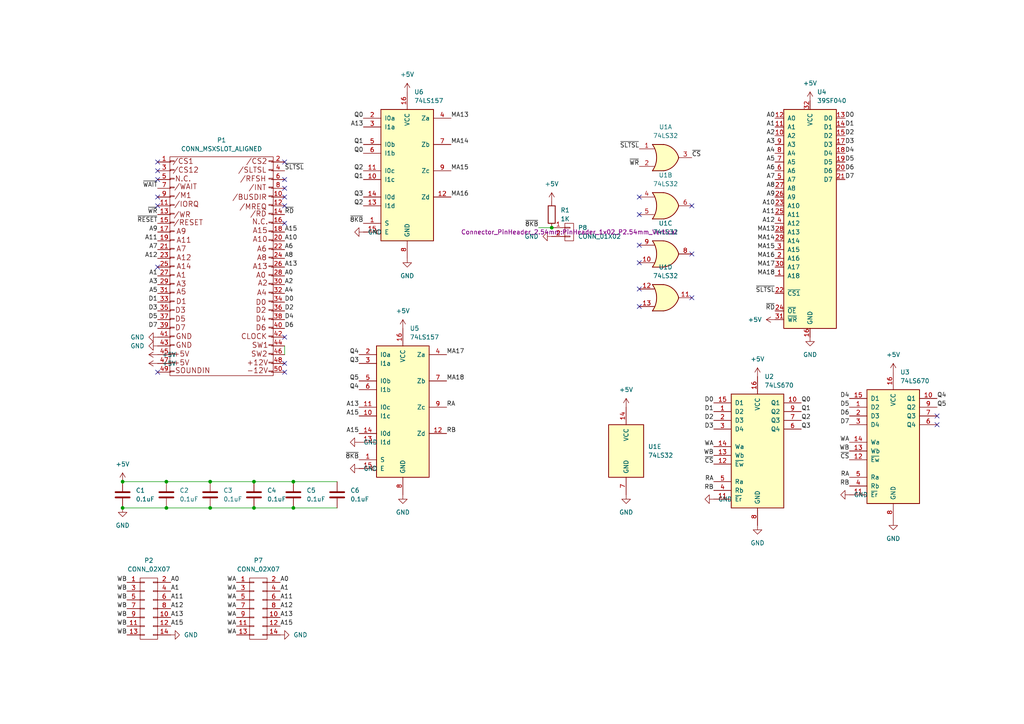
<source format=kicad_sch>
(kicad_sch (version 20211123) (generator eeschema)
  (paper "A4")
  (title_block (title "MSX megarom cartridge with TTL components") (date "2022-04-21") (rev "0.1") (comment 1 "Designed by Sangwoo Shim") (comment 2 "https://github.com/borishim/msx-megarom"))
  (lib_symbols
    (symbol "74xx:74LS157" (pin_names (offset 1.016))
      (property "Reference" "U" (at -7.62 19.05 0))
      (property "Value" "74LS157" (at -7.62 -21.59 0))
      (symbol "74LS157_1_0"
        (pin input line (at -12.7 -15.24 0) (length 5.08) (name "S") (number "1"))
        (pin input line (at -12.7 -2.54 0) (length 5.08) (name "I1c") (number "10"))
        (pin input line (at -12.7 0 0) (length 5.08) (name "I0c") (number "11"))
        (pin output line (at 12.7 -7.62 180) (length 5.08) (name "Zd") (number "12"))
        (pin input line (at -12.7 -10.16 0) (length 5.08) (name "I1d") (number "13"))
        (pin input line (at -12.7 -7.62 0) (length 5.08) (name "I0d") (number "14"))
        (pin input inverted (at -12.7 -17.78 0) (length 5.08) (name "E") (number "15"))
        (pin power_in line (at 0 22.86 270) (length 5.08) (name "VCC") (number "16"))
        (pin input line (at -12.7 15.24 0) (length 5.08) (name "I0a") (number "2"))
        (pin input line (at -12.7 12.7 0) (length 5.08) (name "I1a") (number "3"))
        (pin output line (at 12.7 15.24 180) (length 5.08) (name "Za") (number "4"))
        (pin input line (at -12.7 7.62 0) (length 5.08) (name "I0b") (number "5"))
        (pin input line (at -12.7 5.08 0) (length 5.08) (name "I1b") (number "6"))
        (pin output line (at 12.7 7.62 180) (length 5.08) (name "Zb") (number "7"))
        (pin power_in line (at 0 -25.4 90) (length 5.08) (name "GND") (number "8"))
        (pin output line (at 12.7 0 180) (length 5.08) (name "Zc") (number "9"))
      )
      (symbol "74LS157_1_1"
        (rectangle (start -7.62 17.78) (end 7.62 -20.32) (stroke (width 0.254)) (fill (type background)))
      )
    )
    (symbol "74xx:74LS32" (pin_names (offset 1.016))
      (property "Reference" "U" (at 0 1.27 0))
      (property "Value" "74LS32" (at 0 -1.27 0))
      (symbol "74LS32_1_1"
        (arc (start -3.81 -3.81) (mid -2.589 0) (end -3.81 3.81) (stroke (width 0.254)))
        (arc (start -0.6096 -3.81) (mid 2.1855 -2.584) (end 3.81 0) (stroke (width 0.254)) (fill (type background)))
        (polyline (pts (xy -3.81 -3.81) (xy -0.635 -3.81)) (stroke (width 0.254)) (fill (type background)))
        (polyline (pts (xy -3.81 3.81) (xy -0.635 3.81)) (stroke (width 0.254)) (fill (type background)))
        (polyline (pts (xy -0.635 3.81) (xy -3.81 3.81) (xy -3.81 3.81) (xy -3.556 3.4036) (xy -3.0226 2.2606) (xy -2.6924 1.0414) (xy -2.6162 -0.254) (xy -2.7686 -1.4986) (xy -3.175 -2.7178) (xy -3.81 -3.81) (xy -3.81 -3.81) (xy -0.635 -3.81)) (stroke (width -25.4)) (fill (type background)))
        (arc (start 3.81 0) (mid 2.1928 2.5925) (end -0.6096 3.81) (stroke (width 0.254)) (fill (type background)))
        (pin input line (at -7.62 2.54 0) (length 4.318) (name "~") (number "1"))
        (pin input line (at -7.62 -2.54 0) (length 4.318) (name "~") (number "2"))
        (pin output line (at 7.62 0 180) (length 3.81) (name "~") (number "3"))
      )
      (symbol "74LS32_1_2"
        (arc (start 0 -3.81) (mid 3.81 0) (end 0 3.81) (stroke (width 0.254)) (fill (type background)))
        (polyline (pts (xy 0 3.81) (xy -3.81 3.81) (xy -3.81 -3.81) (xy 0 -3.81)) (stroke (width 0.254)) (fill (type background)))
        (pin input inverted (at -7.62 2.54 0) (length 3.81) (name "~") (number "1"))
        (pin input inverted (at -7.62 -2.54 0) (length 3.81) (name "~") (number "2"))
        (pin output inverted (at 7.62 0 180) (length 3.81) (name "~") (number "3"))
      )
      (symbol "74LS32_2_1"
        (arc (start -3.81 -3.81) (mid -2.589 0) (end -3.81 3.81) (stroke (width 0.254)))
        (arc (start -0.6096 -3.81) (mid 2.1855 -2.584) (end 3.81 0) (stroke (width 0.254)) (fill (type background)))
        (polyline (pts (xy -3.81 -3.81) (xy -0.635 -3.81)) (stroke (width 0.254)) (fill (type background)))
        (polyline (pts (xy -3.81 3.81) (xy -0.635 3.81)) (stroke (width 0.254)) (fill (type background)))
        (polyline (pts (xy -0.635 3.81) (xy -3.81 3.81) (xy -3.81 3.81) (xy -3.556 3.4036) (xy -3.0226 2.2606) (xy -2.6924 1.0414) (xy -2.6162 -0.254) (xy -2.7686 -1.4986) (xy -3.175 -2.7178) (xy -3.81 -3.81) (xy -3.81 -3.81) (xy -0.635 -3.81)) (stroke (width -25.4)) (fill (type background)))
        (arc (start 3.81 0) (mid 2.1928 2.5925) (end -0.6096 3.81) (stroke (width 0.254)) (fill (type background)))
        (pin input line (at -7.62 2.54 0) (length 4.318) (name "~") (number "4"))
        (pin input line (at -7.62 -2.54 0) (length 4.318) (name "~") (number "5"))
        (pin output line (at 7.62 0 180) (length 3.81) (name "~") (number "6"))
      )
      (symbol "74LS32_2_2"
        (arc (start 0 -3.81) (mid 3.81 0) (end 0 3.81) (stroke (width 0.254)) (fill (type background)))
        (polyline (pts (xy 0 3.81) (xy -3.81 3.81) (xy -3.81 -3.81) (xy 0 -3.81)) (stroke (width 0.254)) (fill (type background)))
        (pin input inverted (at -7.62 2.54 0) (length 3.81) (name "~") (number "4"))
        (pin input inverted (at -7.62 -2.54 0) (length 3.81) (name "~") (number "5"))
        (pin output inverted (at 7.62 0 180) (length 3.81) (name "~") (number "6"))
      )
      (symbol "74LS32_3_1"
        (arc (start -3.81 -3.81) (mid -2.589 0) (end -3.81 3.81) (stroke (width 0.254)))
        (arc (start -0.6096 -3.81) (mid 2.1855 -2.584) (end 3.81 0) (stroke (width 0.254)) (fill (type background)))
        (polyline (pts (xy -3.81 -3.81) (xy -0.635 -3.81)) (stroke (width 0.254)) (fill (type background)))
        (polyline (pts (xy -3.81 3.81) (xy -0.635 3.81)) (stroke (width 0.254)) (fill (type background)))
        (polyline (pts (xy -0.635 3.81) (xy -3.81 3.81) (xy -3.81 3.81) (xy -3.556 3.4036) (xy -3.0226 2.2606) (xy -2.6924 1.0414) (xy -2.6162 -0.254) (xy -2.7686 -1.4986) (xy -3.175 -2.7178) (xy -3.81 -3.81) (xy -3.81 -3.81) (xy -0.635 -3.81)) (stroke (width -25.4)) (fill (type background)))
        (arc (start 3.81 0) (mid 2.1928 2.5925) (end -0.6096 3.81) (stroke (width 0.254)) (fill (type background)))
        (pin input line (at -7.62 -2.54 0) (length 4.318) (name "~") (number "10"))
        (pin output line (at 7.62 0 180) (length 3.81) (name "~") (number "8"))
        (pin input line (at -7.62 2.54 0) (length 4.318) (name "~") (number "9"))
      )
      (symbol "74LS32_3_2"
        (arc (start 0 -3.81) (mid 3.81 0) (end 0 3.81) (stroke (width 0.254)) (fill (type background)))
        (polyline (pts (xy 0 3.81) (xy -3.81 3.81) (xy -3.81 -3.81) (xy 0 -3.81)) (stroke (width 0.254)) (fill (type background)))
        (pin input inverted (at -7.62 -2.54 0) (length 3.81) (name "~") (number "10"))
        (pin output inverted (at 7.62 0 180) (length 3.81) (name "~") (number "8"))
        (pin input inverted (at -7.62 2.54 0) (length 3.81) (name "~") (number "9"))
      )
      (symbol "74LS32_4_1"
        (arc (start -3.81 -3.81) (mid -2.589 0) (end -3.81 3.81) (stroke (width 0.254)))
        (arc (start -0.6096 -3.81) (mid 2.1855 -2.584) (end 3.81 0) (stroke (width 0.254)) (fill (type background)))
        (polyline (pts (xy -3.81 -3.81) (xy -0.635 -3.81)) (stroke (width 0.254)) (fill (type background)))
        (polyline (pts (xy -3.81 3.81) (xy -0.635 3.81)) (stroke (width 0.254)) (fill (type background)))
        (polyline (pts (xy -0.635 3.81) (xy -3.81 3.81) (xy -3.81 3.81) (xy -3.556 3.4036) (xy -3.0226 2.2606) (xy -2.6924 1.0414) (xy -2.6162 -0.254) (xy -2.7686 -1.4986) (xy -3.175 -2.7178) (xy -3.81 -3.81) (xy -3.81 -3.81) (xy -0.635 -3.81)) (stroke (width -25.4)) (fill (type background)))
        (arc (start 3.81 0) (mid 2.1928 2.5925) (end -0.6096 3.81) (stroke (width 0.254)) (fill (type background)))
        (pin output line (at 7.62 0 180) (length 3.81) (name "~") (number "11"))
        (pin input line (at -7.62 2.54 0) (length 4.318) (name "~") (number "12"))
        (pin input line (at -7.62 -2.54 0) (length 4.318) (name "~") (number "13"))
      )
      (symbol "74LS32_4_2"
        (arc (start 0 -3.81) (mid 3.81 0) (end 0 3.81) (stroke (width 0.254)) (fill (type background)))
        (polyline (pts (xy 0 3.81) (xy -3.81 3.81) (xy -3.81 -3.81) (xy 0 -3.81)) (stroke (width 0.254)) (fill (type background)))
        (pin output inverted (at 7.62 0 180) (length 3.81) (name "~") (number "11"))
        (pin input inverted (at -7.62 2.54 0) (length 3.81) (name "~") (number "12"))
        (pin input inverted (at -7.62 -2.54 0) (length 3.81) (name "~") (number "13"))
      )
      (symbol "74LS32_5_0"
        (pin power_in line (at 0 12.7 270) (length 5.08) (name "VCC") (number "14"))
        (pin power_in line (at 0 -12.7 90) (length 5.08) (name "GND") (number "7"))
      )
      (symbol "74LS32_5_1"
        (rectangle (start -5.08 7.62) (end 5.08 -7.62) (stroke (width 0.254)) (fill (type background)))
      )
    )
    (symbol "74xx:74LS670" (pin_names (offset 1.016))
      (property "Reference" "U" (at -7.62 16.51 0))
      (property "Value" "74LS670" (at -7.62 -19.05 0))
      (symbol "74LS670_1_0"
        (pin input line (at -12.7 10.16 0) (length 5.08) (name "D2") (number "1"))
        (pin tri_state line (at 12.7 12.7 180) (length 5.08) (name "Q1") (number "10"))
        (pin input line (at -12.7 -15.24 0) (length 5.08) (name "~{Er}") (number "11"))
        (pin input line (at -12.7 -5.08 0) (length 5.08) (name "~{Ew}") (number "12"))
        (pin input line (at -12.7 -2.54 0) (length 5.08) (name "Wb") (number "13"))
        (pin input line (at -12.7 0 0) (length 5.08) (name "Wa") (number "14"))
        (pin input line (at -12.7 12.7 0) (length 5.08) (name "D1") (number "15"))
        (pin power_in line (at 0 20.32 270) (length 5.08) (name "VCC") (number "16"))
        (pin input line (at -12.7 7.62 0) (length 5.08) (name "D3") (number "2"))
        (pin input line (at -12.7 5.08 0) (length 5.08) (name "D4") (number "3"))
        (pin input line (at -12.7 -12.7 0) (length 5.08) (name "Rb") (number "4"))
        (pin input line (at -12.7 -10.16 0) (length 5.08) (name "Ra") (number "5"))
        (pin tri_state line (at 12.7 5.08 180) (length 5.08) (name "Q4") (number "6"))
        (pin tri_state line (at 12.7 7.62 180) (length 5.08) (name "Q3") (number "7"))
        (pin power_in line (at 0 -22.86 90) (length 5.08) (name "GND") (number "8"))
        (pin tri_state line (at 12.7 10.16 180) (length 5.08) (name "Q2") (number "9"))
      )
      (symbol "74LS670_1_1"
        (rectangle (start -7.62 15.24) (end 7.62 -17.78) (stroke (width 0.254)) (fill (type background)))
      )
    )
    (symbol "8bits:39SF040" (pin_names (offset 1.016))
      (property "Reference" "U" (at 6.35 33.02 0))
      (property "Value" "39SF040" (at 5.08 -33.02 0))
      (symbol "39SF040_1_1"
        (rectangle (start -7.62 31.75) (end 7.62 -31.75) (stroke (width 0.254)) (fill (type background)))
        (pin input line (at -10.16 -16.51 0) (length 2.54) (name "A18") (number "1"))
        (pin input line (at -10.16 24.13 0) (length 2.54) (name "A2") (number "10"))
        (pin input line (at -10.16 26.67 0) (length 2.54) (name "A1") (number "11"))
        (pin input line (at -10.16 29.21 0) (length 2.54) (name "A0") (number "12"))
        (pin tri_state line (at 10.16 29.21 180) (length 2.54) (name "D0") (number "13"))
        (pin tri_state line (at 10.16 26.67 180) (length 2.54) (name "D1") (number "14"))
        (pin tri_state line (at 10.16 24.13 180) (length 2.54) (name "D2") (number "15"))
        (pin power_in line (at 0 -34.29 90) (length 2.54) (name "GND") (number "16"))
        (pin tri_state line (at 10.16 21.59 180) (length 2.54) (name "D3") (number "17"))
        (pin tri_state line (at 10.16 19.05 180) (length 2.54) (name "D4") (number "18"))
        (pin tri_state line (at 10.16 16.51 180) (length 2.54) (name "D5") (number "19"))
        (pin input line (at -10.16 -11.43 0) (length 2.54) (name "A16") (number "2"))
        (pin tri_state line (at 10.16 13.97 180) (length 2.54) (name "D6") (number "20"))
        (pin tri_state line (at 10.16 11.43 180) (length 2.54) (name "D7") (number "21"))
        (pin input line (at -10.16 -21.59 0) (length 2.54) (name "~{CS1}") (number "22"))
        (pin input line (at -10.16 3.81 0) (length 2.54) (name "A10") (number "23"))
        (pin input line (at -10.16 -26.67 0) (length 2.54) (name "~{OE}") (number "24"))
        (pin input line (at -10.16 1.27 0) (length 2.54) (name "A11") (number "25"))
        (pin input line (at -10.16 6.35 0) (length 2.54) (name "A9") (number "26"))
        (pin input line (at -10.16 8.89 0) (length 2.54) (name "A8") (number "27"))
        (pin input line (at -10.16 -3.81 0) (length 2.54) (name "A13") (number "28"))
        (pin input line (at -10.16 -6.35 0) (length 2.54) (name "A14") (number "29"))
        (pin input line (at -10.16 -8.89 0) (length 2.54) (name "A15") (number "3"))
        (pin input line (at -10.16 -13.97 0) (length 2.54) (name "A17") (number "30"))
        (pin input line (at -10.16 -29.21 0) (length 2.54) (name "~{WR}") (number "31"))
        (pin power_in line (at 0 34.29 270) (length 2.54) (name "VCC") (number "32"))
        (pin input line (at -10.16 -1.27 0) (length 2.54) (name "A12") (number "4"))
        (pin input line (at -10.16 11.43 0) (length 2.54) (name "A7") (number "5"))
        (pin input line (at -10.16 13.97 0) (length 2.54) (name "A6") (number "6"))
        (pin input line (at -10.16 16.51 0) (length 2.54) (name "A5") (number "7"))
        (pin input line (at -10.16 19.05 0) (length 2.54) (name "A4") (number "8"))
        (pin input line (at -10.16 21.59 0) (length 2.54) (name "A3") (number "9"))
      )
    )
    (symbol "Device:C" (pin_numbers hide) (pin_names (offset 0.254))
      (property "Reference" "C" (at 0.635 2.54 0))
      (property "Value" "C" (at 0.635 -2.54 0))
      (symbol "C_0_1"
        (polyline (pts (xy -2.032 -0.762) (xy 2.032 -0.762)) (stroke (width 0.508)))
        (polyline (pts (xy -2.032 0.762) (xy 2.032 0.762)) (stroke (width 0.508)))
      )
      (symbol "C_1_1"
        (pin passive line (at 0 3.81 270) (length 2.794) (name "~") (number "1"))
        (pin passive line (at 0 -3.81 90) (length 2.794) (name "~") (number "2"))
      )
    )
    (symbol "Device:R" (pin_numbers hide) (pin_names (offset 0))
      (property "Reference" "R" (at 2.032 0 90))
      (property "Value" "R" (at 0 0 90))
      (symbol "R_0_1"
        (rectangle (start -1.016 -2.54) (end 1.016 2.54) (stroke (width 0.254)))
      )
      (symbol "R_1_1"
        (pin passive line (at 0 3.81 270) (length 1.27) (name "~") (number "1"))
        (pin passive line (at 0 -3.81 90) (length 1.27) (name "~") (number "2"))
      )
    )
    (symbol "msx_cartridge:CONN_01X02" (pin_names (offset 1.016) hide)
      (property "Reference" "P" (at 0 3.81 0))
      (property "Value" "CONN_01X02" (at 2.54 0 90))
      (symbol "CONN_01X02_0_1"
        (rectangle (start -1.27 -1.143) (end 0.254 -1.397))
        (rectangle (start -1.27 1.397) (end 0.254 1.143))
        (rectangle (start -1.27 2.54) (end 1.27 -2.54))
      )
      (symbol "CONN_01X02_1_1"
        (pin passive line (at -5.08 1.27 0) (length 3.81) (name "P1") (number "1"))
        (pin passive line (at -5.08 -1.27 0) (length 3.81) (name "P2") (number "2"))
      )
    )
    (symbol "msx_cartridge:CONN_02X07" (pin_names (offset 0.0254) hide)
      (property "Reference" "P" (at 0 10.16 0))
      (property "Value" "CONN_02X07" (at 0 0 90))
      (symbol "CONN_02X07_0_1"
        (rectangle (start -2.54 -7.493) (end -1.27 -7.747))
        (rectangle (start -2.54 -4.953) (end -1.27 -5.207))
        (rectangle (start -2.54 -2.413) (end -1.27 -2.667))
        (rectangle (start -2.54 0.127) (end -1.27 -0.127))
        (rectangle (start -2.54 2.667) (end -1.27 2.413))
        (rectangle (start -2.54 5.207) (end -1.27 4.953))
        (rectangle (start -2.54 7.747) (end -1.27 7.493))
        (rectangle (start -2.54 8.89) (end 2.54 -8.89))
        (rectangle (start 1.27 -7.493) (end 2.54 -7.747))
        (rectangle (start 1.27 -4.953) (end 2.54 -5.207))
        (rectangle (start 1.27 -2.413) (end 2.54 -2.667))
        (rectangle (start 1.27 0.127) (end 2.54 -0.127))
        (rectangle (start 1.27 2.667) (end 2.54 2.413))
        (rectangle (start 1.27 5.207) (end 2.54 4.953))
        (rectangle (start 1.27 7.747) (end 2.54 7.493))
      )
      (symbol "CONN_02X07_1_1"
        (pin passive line (at -6.35 7.62 0) (length 3.81) (name "P1") (number "1"))
        (pin passive line (at 6.35 -2.54 180) (length 3.81) (name "P10") (number "10"))
        (pin passive line (at -6.35 -5.08 0) (length 3.81) (name "P11") (number "11"))
        (pin passive line (at 6.35 -5.08 180) (length 3.81) (name "P12") (number "12"))
        (pin passive line (at -6.35 -7.62 0) (length 3.81) (name "P13") (number "13"))
        (pin passive line (at 6.35 -7.62 180) (length 3.81) (name "P14") (number "14"))
        (pin passive line (at 6.35 7.62 180) (length 3.81) (name "P2") (number "2"))
        (pin passive line (at -6.35 5.08 0) (length 3.81) (name "P3") (number "3"))
        (pin passive line (at 6.35 5.08 180) (length 3.81) (name "P4") (number "4"))
        (pin passive line (at -6.35 2.54 0) (length 3.81) (name "P5") (number "5"))
        (pin passive line (at 6.35 2.54 180) (length 3.81) (name "P6") (number "6"))
        (pin passive line (at -6.35 0 0) (length 3.81) (name "P7") (number "7"))
        (pin passive line (at 6.35 0 180) (length 3.81) (name "P8") (number "8"))
        (pin passive line (at -6.35 -2.54 0) (length 3.81) (name "P9") (number "9"))
      )
    )
    (symbol "msx_cartridge:CONN_MSXSLOT_ALIGNED" (pin_names (offset 0.0254) hide)
      (property "Reference" "P?" (at 0.762 33.02 0))
      (property "Value" "CONN_MSXSLOT_ALIGNED" (at 0.762 30.48 0))
      (symbol "CONN_MSXSLOT_ALIGNED_0_0"
        (text "+12V" (at 11.176 -31.496 0) (effects (font (size 1.524 1.524))))
        (text "+5V" (at -10.922 -31.496 0) (effects (font (size 1.524 1.524))))
        (text "+5V" (at -10.922 -28.956 0) (effects (font (size 1.524 1.524))))
        (text "-12V" (at 11.176 -33.782 0) (effects (font (size 1.524 1.524))))
        (text "/BUSDIR" (at 8.89 16.51 0) (effects (font (size 1.524 1.524))))
        (text "/CS1" (at -10.414 26.924 0) (effects (font (size 1.524 1.524))))
        (text "/CS12" (at -9.652 24.384 0) (effects (font (size 1.524 1.524))))
        (text "/CS2" (at 10.922 26.924 0) (effects (font (size 1.524 1.524))))
        (text "/INT" (at 11.176 19.304 0) (effects (font (size 1.524 1.524))))
        (text "/IORQ" (at -9.398 14.478 0) (effects (font (size 1.524 1.524))))
        (text "/M1" (at -10.414 17.018 0) (effects (font (size 1.524 1.524))))
        (text "/MREQ" (at 9.906 13.716 0) (effects (font (size 1.524 1.524))))
        (text "/RD" (at 11.43 11.684 0) (effects (font (size 1.524 1.524))))
        (text "/RESET" (at -8.89 9.144 0) (effects (font (size 1.524 1.524))))
        (text "/RFSH" (at 9.906 21.844 0) (effects (font (size 1.524 1.524))))
        (text "/SLTSL" (at 9.652 24.384 0) (effects (font (size 1.524 1.524))))
        (text "/WAIT" (at -9.652 19.558 0) (effects (font (size 1.524 1.524))))
        (text "/WR" (at -10.668 11.43 0) (effects (font (size 1.524 1.524))))
        (text "A0" (at 12.192 -6.096 0) (effects (font (size 1.524 1.524))))
        (text "A1" (at -10.922 -6.096 0) (effects (font (size 1.524 1.524))))
        (text "A10" (at 11.938 4.318 0) (effects (font (size 1.524 1.524))))
        (text "A11" (at -10.16 4.064 0) (effects (font (size 1.524 1.524))))
        (text "A12" (at -10.16 -1.016 0) (effects (font (size 1.524 1.524))))
        (text "A13" (at 11.938 -3.556 0) (effects (font (size 1.524 1.524))))
        (text "A14" (at -10.16 -3.556 0) (effects (font (size 1.524 1.524))))
        (text "A15" (at 11.938 6.858 0) (effects (font (size 1.524 1.524))))
        (text "A2" (at 12.7 -8.382 0) (effects (font (size 1.524 1.524))))
        (text "A3" (at -10.922 -8.636 0) (effects (font (size 1.524 1.524))))
        (text "A4" (at 12.446 -11.176 0) (effects (font (size 1.524 1.524))))
        (text "A5" (at -10.922 -10.922 0) (effects (font (size 1.524 1.524))))
        (text "A6" (at 12.446 1.524 0) (effects (font (size 1.524 1.524))))
        (text "A7" (at -10.922 1.524 0) (effects (font (size 1.524 1.524))))
        (text "A8" (at 12.446 -1.016 0) (effects (font (size 1.524 1.524))))
        (text "A9" (at -10.922 6.604 0) (effects (font (size 1.524 1.524))))
        (text "CLOCK" (at 10.16 -23.876 0) (effects (font (size 1.524 1.524))))
        (text "D0" (at 12.192 -13.97 0) (effects (font (size 1.524 1.524))))
        (text "D1" (at -10.922 -13.716 0) (effects (font (size 1.524 1.524))))
        (text "D2" (at 12.192 -16.256 0) (effects (font (size 1.524 1.524))))
        (text "D3" (at -11.176 -16.256 0) (effects (font (size 1.524 1.524))))
        (text "D4" (at 12.192 -18.796 0) (effects (font (size 1.524 1.524))))
        (text "D5" (at -11.176 -18.796 0) (effects (font (size 1.524 1.524))))
        (text "D6" (at 12.192 -21.336 0) (effects (font (size 1.524 1.524))))
        (text "D7" (at -11.176 -21.336 0) (effects (font (size 1.524 1.524))))
        (text "GND" (at -10.16 -26.416 0) (effects (font (size 1.524 1.524))))
        (text "GND" (at -10.16 -23.876 0) (effects (font (size 1.524 1.524))))
        (text "N.C." (at -10.414 21.844 0) (effects (font (size 1.524 1.524))))
        (text "N.C." (at 11.938 9.398 0) (effects (font (size 1.524 1.524))))
        (text "SOUNDIN" (at -7.62 -33.782 0) (effects (font (size 1.524 1.524))))
        (text "SW1" (at 11.938 -26.416 0) (effects (font (size 1.524 1.524))))
        (text "SW2" (at 11.684 -28.956 0) (effects (font (size 1.524 1.524))))
      )
      (symbol "CONN_MSXSLOT_ALIGNED_0_1"
        (rectangle (start -14.224 -33.909) (end -12.954 -34.163))
        (rectangle (start -14.224 -31.369) (end -12.954 -31.623))
        (rectangle (start -14.224 -28.829) (end -12.954 -29.083))
        (rectangle (start -14.224 -26.289) (end -12.954 -26.543))
        (rectangle (start -14.224 -23.749) (end -12.954 -24.003))
        (rectangle (start -14.224 -21.209) (end -12.954 -21.463))
        (rectangle (start -14.224 -18.669) (end -12.954 -18.923))
        (rectangle (start -14.224 -16.129) (end -12.954 -16.383))
        (rectangle (start -14.224 -13.589) (end -12.954 -13.843))
        (rectangle (start -14.224 -11.049) (end -12.954 -11.303))
        (rectangle (start -14.224 -8.509) (end -12.954 -8.763))
        (rectangle (start -14.224 -5.969) (end -12.954 -6.223))
        (rectangle (start -14.224 -3.429) (end -12.954 -3.683))
        (rectangle (start -14.224 -0.889) (end -12.954 -1.143))
        (rectangle (start -14.224 1.651) (end -12.954 1.397))
        (rectangle (start -14.224 4.191) (end -12.954 3.937))
        (rectangle (start -14.224 6.731) (end -12.954 6.477))
        (rectangle (start -14.224 9.271) (end -12.954 9.017))
        (rectangle (start -14.224 11.811) (end -12.954 11.557))
        (rectangle (start -14.224 14.351) (end -12.954 14.097))
        (rectangle (start -14.224 16.891) (end -12.954 16.637))
        (rectangle (start -14.224 19.431) (end -12.954 19.177))
        (rectangle (start -14.224 21.971) (end -12.954 21.717))
        (rectangle (start -14.224 24.511) (end -12.954 24.257))
        (rectangle (start -14.224 27.051) (end -12.954 26.797))
        (rectangle (start -14.224 28.194) (end 15.748 -35.306))
        (rectangle (start 14.478 -33.909) (end 15.748 -34.163))
        (rectangle (start 14.478 -31.369) (end 15.748 -31.623))
        (rectangle (start 14.478 -28.829) (end 15.748 -29.083))
        (rectangle (start 14.478 -26.289) (end 15.748 -26.543))
        (rectangle (start 14.478 -23.749) (end 15.748 -24.003))
        (rectangle (start 14.478 -21.209) (end 15.748 -21.463))
        (rectangle (start 14.478 -18.669) (end 15.748 -18.923))
        (rectangle (start 14.478 -16.129) (end 15.748 -16.383))
        (rectangle (start 14.478 -13.589) (end 15.748 -13.843))
        (rectangle (start 14.478 -11.049) (end 15.748 -11.303))
        (rectangle (start 14.478 -8.509) (end 15.748 -8.763))
        (rectangle (start 14.478 -5.969) (end 15.748 -6.223))
        (rectangle (start 14.478 -3.429) (end 15.748 -3.683))
        (rectangle (start 14.478 -0.889) (end 15.748 -1.143))
        (rectangle (start 14.478 1.651) (end 15.748 1.397))
        (rectangle (start 14.478 4.191) (end 15.748 3.937))
        (rectangle (start 14.478 6.731) (end 15.748 6.477))
        (rectangle (start 14.478 9.271) (end 15.748 9.017))
        (rectangle (start 14.478 11.811) (end 15.748 11.557))
        (rectangle (start 14.478 14.351) (end 15.748 14.097))
        (rectangle (start 14.478 16.891) (end 15.748 16.637))
        (rectangle (start 14.478 19.431) (end 15.748 19.177))
        (rectangle (start 14.478 21.971) (end 15.748 21.717))
        (rectangle (start 14.478 24.511) (end 15.748 24.257))
        (rectangle (start 14.478 27.051) (end 15.748 26.797))
      )
      (symbol "CONN_MSXSLOT_ALIGNED_1_1"
        (pin passive line (at -17.78 26.67 0) (length 3.81) (name "P1") (number "1"))
        (pin passive line (at 19.05 16.51 180) (length 3.81) (name "P10") (number "10"))
        (pin passive line (at -17.78 13.97 0) (length 3.81) (name "P11") (number "11"))
        (pin passive line (at 19.05 13.97 180) (length 3.81) (name "P12") (number "12"))
        (pin passive line (at -17.78 11.43 0) (length 3.81) (name "P13") (number "13"))
        (pin passive line (at 19.05 11.43 180) (length 3.81) (name "P14") (number "14"))
        (pin passive line (at -17.78 8.89 0) (length 3.81) (name "P15") (number "15"))
        (pin passive line (at 19.05 8.89 180) (length 3.81) (name "P16") (number "16"))
        (pin passive line (at -17.78 6.35 0) (length 3.81) (name "P17") (number "17"))
        (pin passive line (at 19.05 6.35 180) (length 3.81) (name "P18") (number "18"))
        (pin passive line (at -17.78 3.81 0) (length 3.81) (name "P19") (number "19"))
        (pin passive line (at 19.05 26.67 180) (length 3.81) (name "P2") (number "2"))
        (pin passive line (at 19.05 3.81 180) (length 3.81) (name "P20") (number "20"))
        (pin passive line (at -17.78 1.27 0) (length 3.81) (name "P21") (number "21"))
        (pin passive line (at 19.05 1.27 180) (length 3.81) (name "P22") (number "22"))
        (pin passive line (at -17.78 -1.27 0) (length 3.81) (name "P23") (number "23"))
        (pin passive line (at 19.05 -1.27 180) (length 3.81) (name "P24") (number "24"))
        (pin passive line (at -17.78 -3.81 0) (length 3.81) (name "P25") (number "25"))
        (pin passive line (at 19.05 -3.81 180) (length 3.81) (name "P26") (number "26"))
        (pin passive line (at -17.78 -6.35 0) (length 3.81) (name "P27") (number "27"))
        (pin passive line (at 19.05 -6.35 180) (length 3.81) (name "P28") (number "28"))
        (pin passive line (at -17.78 -8.89 0) (length 3.81) (name "P29") (number "29"))
        (pin passive line (at -17.78 24.13 0) (length 3.81) (name "P3") (number "3"))
        (pin passive line (at 19.05 -8.89 180) (length 3.81) (name "P30") (number "30"))
        (pin passive line (at -17.78 -11.43 0) (length 3.81) (name "P31") (number "31"))
        (pin passive line (at 19.05 -11.43 180) (length 3.81) (name "P32") (number "32"))
        (pin passive line (at -17.78 -13.97 0) (length 3.81) (name "P33") (number "33"))
        (pin passive line (at 19.05 -13.97 180) (length 3.81) (name "P34") (number "34"))
        (pin passive line (at -17.78 -16.51 0) (length 3.81) (name "P35") (number "35"))
        (pin passive line (at 19.05 -16.51 180) (length 3.81) (name "P36") (number "36"))
        (pin passive line (at -17.78 -19.05 0) (length 3.81) (name "P37") (number "37"))
        (pin passive line (at 19.05 -19.05 180) (length 3.81) (name "P38") (number "38"))
        (pin passive line (at -17.78 -21.59 0) (length 3.81) (name "P39") (number "39"))
        (pin passive line (at 19.05 24.13 180) (length 3.81) (name "P4") (number "4"))
        (pin passive line (at 19.05 -21.59 180) (length 3.81) (name "P40") (number "40"))
        (pin passive line (at -17.78 -24.13 0) (length 3.81) (name "P41") (number "41"))
        (pin passive line (at 19.05 -24.13 180) (length 3.81) (name "P42") (number "42"))
        (pin passive line (at -17.78 -26.67 0) (length 3.81) (name "P43") (number "43"))
        (pin passive line (at 19.05 -26.67 180) (length 3.81) (name "P44") (number "44"))
        (pin passive line (at -17.78 -29.21 0) (length 3.81) (name "P45") (number "45"))
        (pin passive line (at 19.05 -29.21 180) (length 3.81) (name "P46") (number "46"))
        (pin passive line (at -17.78 -31.75 0) (length 3.81) (name "P47") (number "47"))
        (pin passive line (at 19.05 -31.75 180) (length 3.81) (name "P48") (number "48"))
        (pin passive line (at -17.78 -34.29 0) (length 3.81) (name "P49") (number "49"))
        (pin passive line (at -17.78 21.59 0) (length 3.81) (name "P5") (number "5"))
        (pin passive line (at 19.05 -34.29 180) (length 3.81) (name "P50") (number "50"))
        (pin passive line (at 19.05 21.59 180) (length 3.81) (name "P6") (number "6"))
        (pin passive line (at -17.78 19.05 0) (length 3.81) (name "P7") (number "7"))
        (pin passive line (at 19.05 19.05 180) (length 3.81) (name "P8") (number "8"))
        (pin passive line (at -17.78 16.51 0) (length 3.81) (name "P9") (number "9"))
      )
    )
    (symbol "power:+5V" (power) (pin_names (offset 0))
      (property "Value" "+5V" (at 0 3.556 0))
      (symbol "+5V_0_1"
        (polyline (pts (xy -0.762 1.27) (xy 0 2.54)))
        (polyline (pts (xy 0 0) (xy 0 2.54)))
        (polyline (pts (xy 0 2.54) (xy 0.762 1.27)))
      )
      (symbol "+5V_1_1"
        (pin power_in line (at 0 0 90) (length 0) hide (name "+5V") (number "1"))
      )
    )
    (symbol "power:GND" (power) (pin_names (offset 0))
      (property "Value" "GND" (at 0 -3.81 0))
      (symbol "GND_0_1"
        (polyline (pts (xy 0 0) (xy 0 -1.27) (xy 1.27 -1.27) (xy 0 -2.54) (xy -1.27 -1.27) (xy 0 -1.27)))
      )
      (symbol "GND_1_1"
        (pin power_in line (at 0 0 270) (length 0) hide (name "GND") (number "1"))
      )
    )
  )
  (junction (at 35.56 139.7))
  (junction (at 48.26 139.7))
  (junction (at 73.66 139.7))
  (junction (at 60.96 147.32))
  (junction (at 73.66 147.32))
  (junction (at 160.02 66.04))
  (junction (at 85.09 139.7))
  (junction (at 85.09 147.32))
  (junction (at 60.96 139.7))
  (junction (at 48.26 147.32))
  (junction (at 35.56 147.32))
  (no_connect (at 45.72 52.07))
  (no_connect (at 185.42 88.9))
  (no_connect (at 82.55 105.41))
  (no_connect (at 82.55 64.77))
  (no_connect (at 200.66 86.36))
  (no_connect (at 82.55 46.99))
  (no_connect (at 200.66 73.66))
  (no_connect (at 82.55 54.61))
  (no_connect (at 45.72 59.69))
  (no_connect (at 82.55 59.69))
  (no_connect (at 185.42 76.2))
  (no_connect (at 185.42 83.82))
  (no_connect (at 271.78 120.65))
  (no_connect (at 185.42 71.12))
  (no_connect (at 45.72 107.95))
  (no_connect (at 45.72 46.99))
  (no_connect (at 45.72 77.47))
  (no_connect (at 185.42 62.23))
  (no_connect (at 185.42 57.15))
  (no_connect (at 82.55 97.79))
  (no_connect (at 82.55 52.07))
  (no_connect (at 82.55 107.95))
  (no_connect (at 45.72 57.15))
  (no_connect (at 45.72 49.53))
  (no_connect (at 82.55 57.15))
  (no_connect (at 271.78 123.19))
  (no_connect (at 200.66 59.69))
  (wire (pts (xy 48.26 139.7) (xy 60.96 139.7)))
  (wire (pts (xy 97.79 139.7) (xy 85.09 139.7)))
  (wire (pts (xy 156.21 66.04) (xy 160.02 66.04)))
  (wire (pts (xy 73.66 139.7) (xy 60.96 139.7)))
  (wire (pts (xy 85.09 139.7) (xy 73.66 139.7)))
  (wire (pts (xy 60.96 147.32) (xy 48.26 147.32)))
  (wire (pts (xy 35.56 139.7) (xy 48.26 139.7)))
  (wire (pts (xy 73.66 147.32) (xy 85.09 147.32)))
  (wire (pts (xy 73.66 147.32) (xy 60.96 147.32)))
  (wire (pts (xy 48.26 147.32) (xy 35.56 147.32)))
  (wire (pts (xy 97.79 147.32) (xy 85.09 147.32)))
  (wire (pts (xy 82.55 100.33) (xy 82.55 102.87)))
  (label "A0" (at 224.79 34.29 180))
  (label "A12" (at 45.72 74.93 180))
  (label "WA" (at 68.58 173.99 180))
  (label "Q2" (at 105.41 49.53 180))
  (label "A0" (at 82.55 80.01 0))
  (label "MA17" (at 129.54 102.87 0))
  (label "A13" (at 105.41 36.83 180))
  (label "A15" (at 82.55 67.31 0))
  (label "A9" (at 45.72 67.31 180))
  (label "A7" (at 224.79 52.07 180))
  (label "MA17" (at 224.79 77.47 180))
  (label "Q1" (at 105.41 41.91 180))
  (label "Q5" (at 104.14 110.49 180))
  (label "D0" (at 82.55 87.63 0))
  (label "A11" (at 81.28 173.99 0))
  (label "~{CS}" (at 200.66 45.72 0))
  (label "D0" (at 245.11 34.29 0))
  (label "MA13" (at 130.81 34.29 0))
  (label "A1" (at 49.53 171.45 0))
  (label "D7" (at 246.38 123.19 180))
  (label "A13" (at 81.28 179.07 0))
  (label "A5" (at 224.79 46.99 180))
  (label "D4" (at 245.11 44.45 0))
  (label "MA16" (at 224.79 74.93 180))
  (label "D7" (at 245.11 52.07 0))
  (label "Q1" (at 232.41 119.38 0))
  (label "A15" (at 49.53 181.61 0))
  (label "~{RD}" (at 82.55 62.23 0))
  (label "D3" (at 207.01 124.46 180))
  (label "WB" (at 36.83 179.07 180))
  (label "A0" (at 49.53 168.91 0))
  (label "A15" (at 104.14 120.65 180))
  (label "~{CS}" (at 246.38 133.35 180))
  (label "A7" (at 45.72 72.39 180))
  (label "Q1" (at 105.41 52.07 180))
  (label "A13" (at 82.55 77.47 0))
  (label "WB" (at 246.38 130.81 180))
  (label "WA" (at 68.58 181.61 180))
  (label "D7" (at 45.72 95.25 180))
  (label "D1" (at 207.01 119.38 180))
  (label "A6" (at 224.79 49.53 180))
  (label "A4" (at 82.55 85.09 0))
  (label "~{CS}" (at 207.01 134.62 180))
  (label "Q0" (at 105.41 44.45 180))
  (label "D5" (at 245.11 46.99 0))
  (label "WB" (at 36.83 171.45 180))
  (label "MA15" (at 224.79 72.39 180))
  (label "~{SLTSL}" (at 82.55 49.53 0))
  (label "A12" (at 49.53 176.53 0))
  (label "~{RESET}" (at 45.72 64.77 180))
  (label "Q4" (at 271.78 115.57 0))
  (label "WA" (at 68.58 176.53 180))
  (label "D0" (at 207.01 116.84 180))
  (label "A13" (at 49.53 179.07 0))
  (label "D4" (at 82.55 92.71 0))
  (label "A6" (at 82.55 72.39 0))
  (label "MA16" (at 130.81 57.15 0))
  (label "MA18" (at 129.54 110.49 0))
  (label "WB" (at 207.01 132.08 180))
  (label "D5" (at 246.38 118.11 180))
  (label "A8" (at 224.79 54.61 180))
  (label "MA15" (at 130.81 49.53 0))
  (label "~{SLTSL}" (at 224.79 85.09 180))
  (label "RA" (at 129.54 118.11 0))
  (label "Q3" (at 104.14 105.41 180))
  (label "Q3" (at 105.41 57.15 180))
  (label "A11" (at 224.79 62.23 180))
  (label "Q5" (at 271.78 118.11 0))
  (label "A1" (at 224.79 36.83 180))
  (label "RB" (at 207.01 142.24 180))
  (label "A5" (at 45.72 85.09 180))
  (label "RB" (at 129.54 125.73 0))
  (label "A11" (at 49.53 173.99 0))
  (label "A10" (at 224.79 59.69 180))
  (label "WA" (at 68.58 179.07 180))
  (label "A15" (at 81.28 181.61 0))
  (label "WA" (at 68.58 184.15 180))
  (label "WB" (at 36.83 173.99 180))
  (label "A15" (at 104.14 125.73 180))
  (label "Q0" (at 232.41 116.84 0))
  (label "RA" (at 207.01 139.7 180))
  (label "A3" (at 45.72 82.55 180))
  (label "A11" (at 45.72 69.85 180))
  (label "WB" (at 36.83 181.61 180))
  (label "A10" (at 82.55 69.85 0))
  (label "Q2" (at 105.41 59.69 180))
  (label "A1" (at 45.72 80.01 180))
  (label "A1" (at 81.28 171.45 0))
  (label "A3" (at 224.79 41.91 180))
  (label "~{8KB}" (at 104.14 133.35 180))
  (label "Q4" (at 104.14 102.87 180))
  (label "WA" (at 68.58 168.91 180))
  (label "D2" (at 82.55 90.17 0))
  (label "D6" (at 246.38 120.65 180))
  (label "D5" (at 45.72 92.71 180))
  (label "MA14" (at 130.81 41.91 0))
  (label "D1" (at 245.11 36.83 0))
  (label "D4" (at 246.38 115.57 180))
  (label "D3" (at 45.72 90.17 180))
  (label "A2" (at 82.55 82.55 0))
  (label "WA" (at 68.58 171.45 180))
  (label "~{SLTSL}" (at 185.42 43.18 180))
  (label "~{RD}" (at 224.79 90.17 180))
  (label "D2" (at 245.11 39.37 0))
  (label "~{WR}" (at 185.42 48.26 180))
  (label "WA" (at 207.01 129.54 180))
  (label "~{WR}" (at 45.72 62.23 180))
  (label "MA14" (at 224.79 69.85 180))
  (label "~{8KB}" (at 156.21 66.04 180))
  (label "A4" (at 224.79 44.45 180))
  (label "MA18" (at 224.79 80.01 180))
  (label "RA" (at 246.38 138.43 180))
  (label "A9" (at 224.79 57.15 180))
  (label "D3" (at 245.11 41.91 0))
  (label "A8" (at 82.55 74.93 0))
  (label "Q4" (at 104.14 113.03 180))
  (label "MA13" (at 224.79 67.31 180))
  (label "~{WAIT}" (at 45.72 54.61 180))
  (label "Q3" (at 232.41 124.46 0))
  (label "D6" (at 82.55 95.25 0))
  (label "A0" (at 81.28 168.91 0))
  (label "RB" (at 246.38 140.97 180))
  (label "WB" (at 36.83 184.15 180))
  (label "A13" (at 104.14 118.11 180))
  (label "Q2" (at 232.41 121.92 0))
  (label "Q0" (at 105.41 34.29 180))
  (label "WB" (at 36.83 176.53 180))
  (label "WA" (at 246.38 128.27 180))
  (label "A12" (at 224.79 64.77 180))
  (label "A2" (at 224.79 39.37 180))
  (label "WB" (at 36.83 168.91 180))
  (label "D2" (at 207.01 121.92 180))
  (label "D1" (at 45.72 87.63 180))
  (label "A12" (at 81.28 176.53 0))
  (label "~{8KB}" (at 105.41 64.77 180))
  (label "D6" (at 245.11 49.53 0))
  (symbol (lib_id "power:GND") (at 160.02 68.58 270) (unit 1)
    (property "Reference" "#PWR0124" (effects hide))
    (property "Value" "GND" (at 156.21 68.5799 90) (effects (justify right)))
  )
  (symbol (lib_id "power:GND") (at 207.01 144.78 270) (unit 1)
    (property "Reference" "#PWR0110" (effects hide))
    (property "Value" "GND" (at 208.28 144.7799 90) (effects (justify left)))
  )
  (symbol (lib_id "74xx:74LS670") (at 259.08 128.27 0) (unit 1)
    (property "Reference" "U3" (at 261.0994 107.95 0) (effects (justify left)))
    (property "Value" "74LS670" (at 261.0994 110.49 0) (effects (justify left)))
    (property "Footprint" "Package_DIP:DIP-16_W7.62mm_LongPads" (effects hide))
    (property "Datasheet" "http://www.ti.com/lit/gpn/sn74LS670" (effects hide))
  )
  (symbol (lib_id "power:GND") (at 81.28 184.15 90) (unit 1)
    (property "Reference" "#PWR0109" (effects hide))
    (property "Value" "GND" (at 85.09 184.1499 90) (effects (justify right)))
  )
  (symbol (lib_id "power:+5V") (at 160.02 58.42 0) (unit 1)
    (property "Reference" "#PWR0125" (effects hide))
    (property "Value" "+5V" (at 160.02 53.34 0))
  )
  (symbol (lib_id "74xx:74LS32") (at 193.04 73.66 0) (unit 3)
    (property "Reference" "U1" (at 193.04 64.77 0))
    (property "Value" "74LS32" (at 193.04 67.31 0))
    (property "Footprint" "Package_DIP:DIP-14_W7.62mm_LongPads" (effects hide))
    (property "Datasheet" "http://www.ti.com/lit/gpn/sn74LS32" (effects hide))
  )
  (symbol (lib_id "power:+5V") (at 116.84 95.25 0) (unit 1)
    (property "Reference" "#PWR0128" (effects hide))
    (property "Value" "+5V" (at 116.84 90.17 0))
  )
  (symbol (lib_id "power:+5V") (at 45.72 105.41 90) (unit 1)
    (property "Reference" "#PWR0117" (effects hide))
    (property "Value" "+5V" (at 46.99 105.4099 90) (effects (justify right)))
  )
  (symbol (lib_id "power:GND") (at 105.41 67.31 270) (unit 1)
    (property "Reference" "#PWR0101" (effects hide))
    (property "Value" "GND" (at 106.68 67.3099 90) (effects (justify left)))
  )
  (symbol (lib_id "74xx:74LS157") (at 116.84 118.11 0) (unit 1)
    (property "Reference" "U5" (at 118.8594 95.25 0) (effects (justify left)))
    (property "Value" "74LS157" (at 118.8594 97.79 0) (effects (justify left)))
    (property "Footprint" "Package_DIP:DIP-16_W7.62mm_LongPads" (effects hide))
    (property "Datasheet" "http://www.ti.com/lit/gpn/sn74LS157" (effects hide))
  )
  (symbol (lib_id "power:GND") (at 234.95 97.79 0) (unit 1)
    (property "Reference" "#PWR0104" (effects hide))
    (property "Value" "GND" (at 234.95 102.87 0))
  )
  (symbol (lib_id "8bits:39SF040") (at 234.95 63.5 0) (unit 1)
    (property "Reference" "U4" (at 236.9694 26.67 0) (effects (justify left)))
    (property "Value" "39SF040" (at 236.9694 29.21 0) (effects (justify left)))
    (property "Footprint" "Package_DIP:DIP-32_W15.24mm_LongPads" (effects hide))
  )
  (symbol (lib_id "msx_cartridge:CONN_02X07") (at 74.93 176.53 0) (unit 1)
    (property "Reference" "P7" (at 74.93 162.56 0))
    (property "Value" "CONN_02X07" (at 74.93 165.1 0))
    (property "Footprint" "Connector_PinHeader_2.54mm:PinHeader_2x07_P2.54mm_Vertical" (effects hide))
  )
  (symbol (lib_id "74xx:74LS670") (at 219.71 129.54 0) (unit 1)
    (property "Reference" "U2" (at 221.7294 109.22 0) (effects (justify left)))
    (property "Value" "74LS670" (at 221.7294 111.76 0) (effects (justify left)))
    (property "Footprint" "Package_DIP:DIP-16_W7.62mm_LongPads" (effects hide))
    (property "Datasheet" "http://www.ti.com/lit/gpn/sn74LS670" (effects hide))
  )
  (symbol (lib_id "power:+5V") (at 181.61 118.11 0) (unit 1)
    (property "Reference" "#PWR0112" (effects hide))
    (property "Value" "+5V" (at 181.61 113.03 0))
  )
  (symbol (lib_id "power:GND") (at 181.61 143.51 0) (unit 1)
    (property "Reference" "#PWR0113" (effects hide))
    (property "Value" "GND" (at 181.61 148.59 0))
  )
  (symbol (lib_id "msx_cartridge:CONN_MSXSLOT_ALIGNED") (at 63.5 73.66 0) (unit 1)
    (property "Reference" "P1" (at 64.262 40.64 0))
    (property "Value" "CONN_MSXSLOT_ALIGNED" (at 64.262 43.18 0))
    (property "Footprint" "msx:card_edge_connector" (effects hide))
  )
  (symbol (lib_id "Device:C") (at 85.09 143.51 0) (unit 1)
    (property "Reference" "C5" (at 88.9 142.2399 0) (effects (justify left)))
    (property "Value" "0.1uF" (at 88.9 144.7799 0) (effects (justify left)))
    (property "Footprint" "Capacitor_THT:C_Disc_D4.3mm_W1.9mm_P5.00mm" (effects hide))
  )
  (symbol (lib_id "74xx:74LS32") (at 193.04 86.36 0) (unit 4)
    (property "Reference" "U1" (at 193.04 77.47 0))
    (property "Value" "74LS32" (at 193.04 80.01 0))
    (property "Footprint" "Package_DIP:DIP-14_W7.62mm_LongPads" (effects hide))
    (property "Datasheet" "http://www.ti.com/lit/gpn/sn74LS32" (effects hide))
  )
  (symbol (lib_id "Device:C") (at 73.66 143.51 0) (unit 1)
    (property "Reference" "C4" (at 77.47 142.2399 0) (effects (justify left)))
    (property "Value" "0.1uF" (at 77.47 144.7799 0) (effects (justify left)))
    (property "Footprint" "Capacitor_THT:C_Disc_D4.3mm_W1.9mm_P5.00mm" (effects hide))
  )
  (symbol (lib_id "Device:C") (at 97.79 143.51 0) (unit 1)
    (property "Reference" "C6" (at 101.6 142.2399 0) (effects (justify left)))
    (property "Value" "0.1uF" (at 101.6 144.7799 0) (effects (justify left)))
    (property "Footprint" "Capacitor_THT:C_Disc_D4.3mm_W1.9mm_P5.00mm" (effects hide))
  )
  (symbol (lib_id "msx_cartridge:CONN_01X02") (at 165.1 67.31 0) (unit 1)
    (property "Reference" "P8" (at 167.64 66.0399 0) (effects (justify left)))
    (property "Value" "CONN_01X02" (at 167.64 68.5799 0) (effects (justify left)))
    (property "Footprint" "Connector_PinHeader_2.54mm:PinHeader_1x02_P2.54mm_Vertical" (at 165.1 67.31 0))
  )
  (symbol (lib_id "power:GND") (at 259.08 151.13 0) (unit 1)
    (property "Reference" "#PWR0102" (effects hide))
    (property "Value" "GND" (at 259.08 156.21 0))
  )
  (symbol (lib_id "power:GND") (at 104.14 128.27 270) (unit 1)
    (property "Reference" "#PWR0123" (effects hide))
    (property "Value" "GND" (at 105.41 128.2699 90) (effects (justify left)))
  )
  (symbol (lib_id "power:+5V") (at 118.11 26.67 0) (unit 1)
    (property "Reference" "#PWR0126" (effects hide))
    (property "Value" "+5V" (at 118.11 21.59 0))
  )
  (symbol (lib_id "power:+5V") (at 224.79 92.71 90) (unit 1)
    (property "Reference" "#PWR0103" (effects hide))
    (property "Value" "+5V" (at 220.98 92.7099 90) (effects (justify left)))
  )
  (symbol (lib_id "power:+5V") (at 259.08 107.95 0) (unit 1)
    (property "Reference" "#PWR0115" (effects hide))
    (property "Value" "+5V" (at 259.08 102.87 0))
  )
  (symbol (lib_id "74xx:74LS157") (at 118.11 49.53 0) (unit 1)
    (property "Reference" "U6" (at 120.1294 26.67 0) (effects (justify left)))
    (property "Value" "74LS157" (at 120.1294 29.21 0) (effects (justify left)))
    (property "Footprint" "Package_DIP:DIP-16_W7.62mm_LongPads" (effects hide))
    (property "Datasheet" "http://www.ti.com/lit/gpn/sn74LS157" (effects hide))
  )
  (symbol (lib_id "power:GND") (at 45.72 97.79 270) (unit 1)
    (property "Reference" "#PWR0118" (effects hide))
    (property "Value" "GND" (at 41.91 97.7899 90) (effects (justify right)))
  )
  (symbol (lib_id "power:+5V") (at 35.56 139.7 0) (unit 1)
    (property "Reference" "#PWR0106" (effects hide))
    (property "Value" "+5V" (at 35.56 134.62 0))
  )
  (symbol (lib_id "power:GND") (at 116.84 143.51 0) (unit 1)
    (property "Reference" "#PWR0121" (effects hide))
    (property "Value" "GND" (at 116.84 148.59 0))
  )
  (symbol (lib_id "74xx:74LS32") (at 193.04 59.69 0) (unit 2)
    (property "Reference" "U1" (at 193.04 50.8 0))
    (property "Value" "74LS32" (at 193.04 53.34 0))
    (property "Footprint" "Package_DIP:DIP-14_W7.62mm_LongPads" (effects hide))
    (property "Datasheet" "http://www.ti.com/lit/gpn/sn74LS32" (effects hide))
  )
  (symbol (lib_id "power:GND") (at 45.72 100.33 270) (unit 1)
    (property "Reference" "#PWR0119" (effects hide))
    (property "Value" "GND" (at 41.91 100.3299 90) (effects (justify right)))
  )
  (symbol (lib_id "power:+5V") (at 219.71 109.22 0) (unit 1)
    (property "Reference" "#PWR0114" (effects hide))
    (property "Value" "+5V" (at 219.71 104.14 0))
  )
  (symbol (lib_id "Device:C") (at 48.26 143.51 0) (unit 1)
    (property "Reference" "C2" (at 52.07 142.2399 0) (effects (justify left)))
    (property "Value" "0.1uF" (at 52.07 144.7799 0) (effects (justify left)))
    (property "Footprint" "Capacitor_THT:C_Disc_D4.3mm_W1.9mm_P5.00mm" (effects hide))
  )
  (symbol (lib_id "power:GND") (at 246.38 143.51 270) (unit 1)
    (property "Reference" "#PWR0107" (effects hide))
    (property "Value" "GND" (at 247.65 143.5099 90) (effects (justify left)))
  )
  (symbol (lib_id "power:GND") (at 49.53 184.15 90) (unit 1)
    (property "Reference" "#PWR0108" (effects hide))
    (property "Value" "GND" (at 53.34 184.1499 90) (effects (justify right)))
  )
  (symbol (lib_id "msx_cartridge:CONN_02X07") (at 43.18 176.53 0) (unit 1)
    (property "Reference" "P2" (at 43.18 162.56 0))
    (property "Value" "CONN_02X07" (at 43.18 165.1 0))
    (property "Footprint" "Connector_PinHeader_2.54mm:PinHeader_2x07_P2.54mm_Vertical" (effects hide))
  )
  (symbol (lib_id "power:GND") (at 35.56 147.32 0) (unit 1)
    (property "Reference" "#PWR0105" (effects hide))
    (property "Value" "GND" (at 35.56 152.4 0))
  )
  (symbol (lib_id "Device:C") (at 60.96 143.51 0) (unit 1)
    (property "Reference" "C3" (at 64.77 142.2399 0) (effects (justify left)))
    (property "Value" "0.1uF" (at 64.77 144.7799 0) (effects (justify left)))
    (property "Footprint" "Capacitor_THT:C_Disc_D4.3mm_W1.9mm_P5.00mm" (effects hide))
  )
  (symbol (lib_id "74xx:74LS32") (at 193.04 45.72 0) (unit 1)
    (property "Reference" "U1" (at 193.04 36.83 0))
    (property "Value" "74LS32" (at 193.04 39.37 0))
    (property "Footprint" "Package_DIP:DIP-14_W7.62mm_LongPads" (effects hide))
    (property "Datasheet" "http://www.ti.com/lit/gpn/sn74LS32" (effects hide))
  )
  (symbol (lib_id "power:+5V") (at 234.95 29.21 0) (unit 1)
    (property "Reference" "#PWR0127" (effects hide))
    (property "Value" "+5V" (at 234.95 24.13 0))
  )
  (symbol (lib_id "power:GND") (at 104.14 135.89 270) (unit 1)
    (property "Reference" "#PWR0122" (effects hide))
    (property "Value" "GND" (at 105.41 135.8899 90) (effects (justify left)))
  )
  (symbol (lib_id "74xx:74LS32") (at 181.61 130.81 0) (unit 5)
    (property "Reference" "U1" (at 187.96 129.5399 0) (effects (justify left)))
    (property "Value" "74LS32" (at 187.96 132.0799 0) (effects (justify left)))
    (property "Footprint" "Package_DIP:DIP-14_W7.62mm_LongPads" (effects hide))
    (property "Datasheet" "http://www.ti.com/lit/gpn/sn74LS32" (effects hide))
  )
  (symbol (lib_id "power:+5V") (at 45.72 102.87 90) (unit 1)
    (property "Reference" "#PWR0116" (effects hide))
    (property "Value" "+5V" (at 46.99 102.8699 90) (effects (justify right)))
  )
  (symbol (lib_id "Device:R") (at 160.02 62.23 0) (unit 1)
    (property "Reference" "R1" (at 162.56 60.9599 0) (effects (justify left)))
    (property "Value" "1K" (at 162.56 63.4999 0) (effects (justify left)))
    (property "Footprint" "Resistor_THT:R_Axial_DIN0207_L6.3mm_D2.5mm_P10.16mm_Horizontal" (effects hide))
  )
  (symbol (lib_id "power:GND") (at 118.11 74.93 0) (unit 1)
    (property "Reference" "#PWR0120" (effects hide))
    (property "Value" "GND" (at 118.11 80.01 0))
  )
  (symbol (lib_id "power:GND") (at 219.71 152.4 0) (unit 1)
    (property "Reference" "#PWR0111" (effects hide))
    (property "Value" "GND" (at 219.71 157.48 0))
  )
  (symbol (lib_id "Device:C") (at 35.56 143.51 0) (unit 1)
    (property "Reference" "C1" (at 39.37 142.2399 0) (effects (justify left)))
    (property "Value" "0.1uF" (at 39.37 144.7799 0) (effects (justify left)))
    (property "Footprint" "Capacitor_THT:C_Disc_D4.3mm_W1.9mm_P5.00mm" (effects hide))
  )
)
</source>
